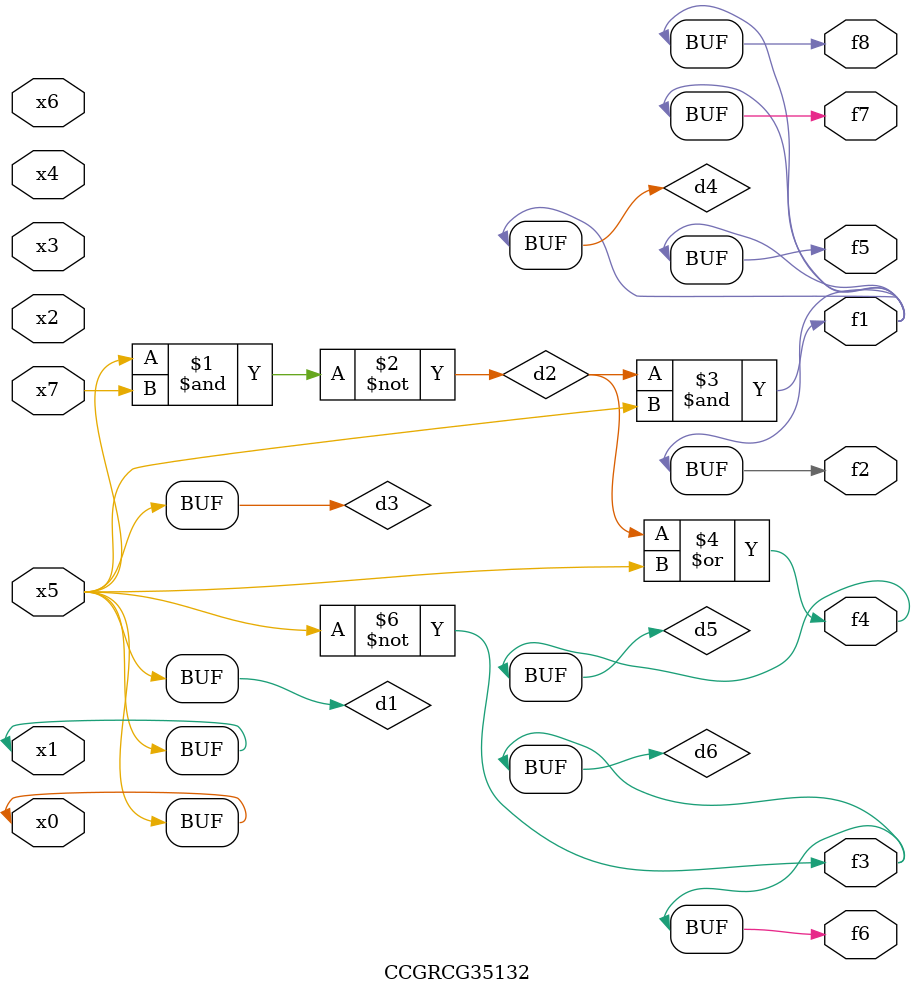
<source format=v>
module CCGRCG35132(
	input x0, x1, x2, x3, x4, x5, x6, x7,
	output f1, f2, f3, f4, f5, f6, f7, f8
);

	wire d1, d2, d3, d4, d5, d6;

	buf (d1, x0, x5);
	nand (d2, x5, x7);
	buf (d3, x0, x1);
	and (d4, d2, d3);
	or (d5, d2, d3);
	nor (d6, d1, d3);
	assign f1 = d4;
	assign f2 = d4;
	assign f3 = d6;
	assign f4 = d5;
	assign f5 = d4;
	assign f6 = d6;
	assign f7 = d4;
	assign f8 = d4;
endmodule

</source>
